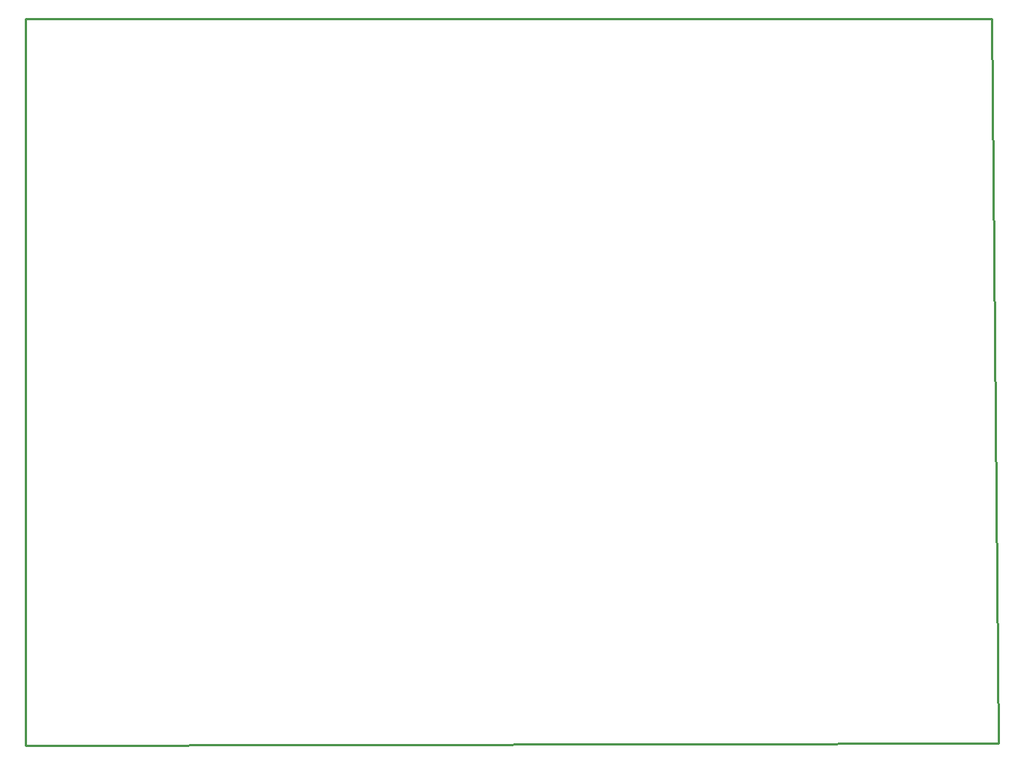
<source format=gko>
G04 ---------------------------- Layer name :KeepOutLayer*
G04 EasyEDA v5.4.12, Wed, 30 May 2018 14:54:02 GMT*
G04 28c5c568ee064045b2737d890bb1bb74*
G04 Gerber Generator version 0.2*
G04 Scale: 100 percent, Rotated: No, Reflected: No *
G04 Dimensions in inches *
G04 leading zeros omitted , absolute positions ,2 integer and 4 decimal *
%FSLAX24Y24*%
%MOIN*%
G90*
G70D02*

%ADD10C,0.010000*%
G54D10*
G01X0Y32300D02*
G01X42900Y32300D01*
G01X43200Y100D01*
G01X0Y0D01*
G01X0Y32300D01*

%LPD*%
M00*
M02*

</source>
